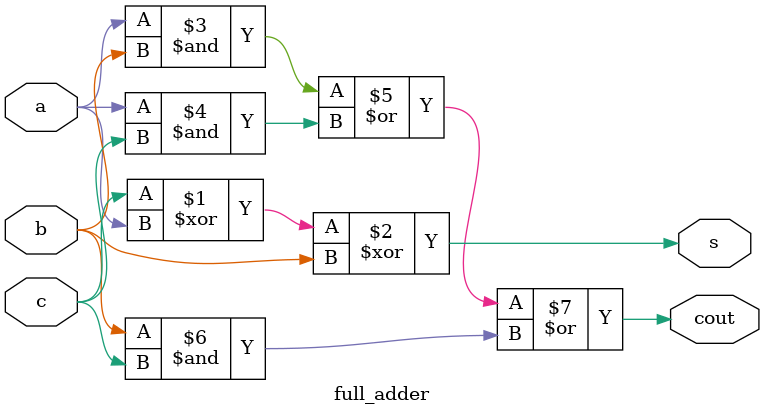
<source format=sv>
module full_adder(input logic a,b,c,
            output logic s,cout);
assign s = c^a^b; //xor
assign cout = (a&b) | (a&c) | (b&c); 
endmodule
</source>
